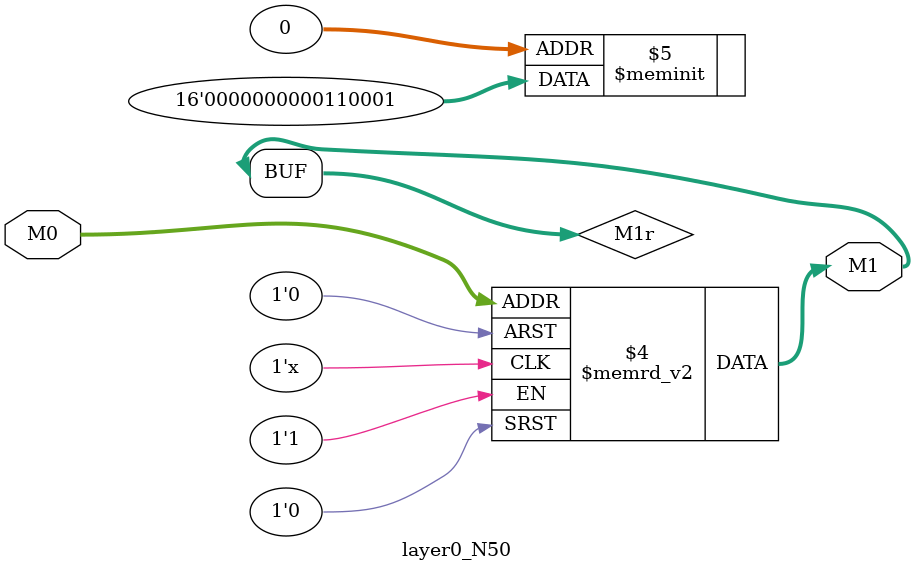
<source format=v>
module layer0_N50 ( input [2:0] M0, output [1:0] M1 );

	(*rom_style = "distributed" *) reg [1:0] M1r;
	assign M1 = M1r;
	always @ (M0) begin
		case (M0)
			3'b000: M1r = 2'b01;
			3'b100: M1r = 2'b00;
			3'b010: M1r = 2'b11;
			3'b110: M1r = 2'b00;
			3'b001: M1r = 2'b00;
			3'b101: M1r = 2'b00;
			3'b011: M1r = 2'b00;
			3'b111: M1r = 2'b00;

		endcase
	end
endmodule

</source>
